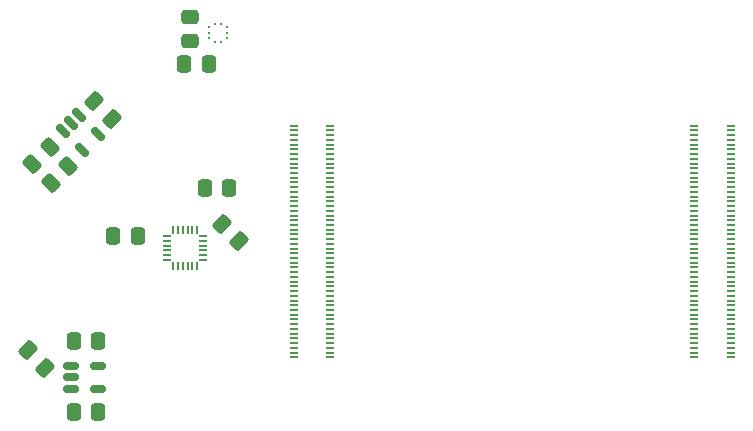
<source format=gbr>
%TF.GenerationSoftware,KiCad,Pcbnew,8.0.4*%
%TF.CreationDate,2025-02-21T19:34:28-08:00*%
%TF.ProjectId,IO:Sensor Board,494f3a53-656e-4736-9f72-20426f617264,rev?*%
%TF.SameCoordinates,Original*%
%TF.FileFunction,Paste,Top*%
%TF.FilePolarity,Positive*%
%FSLAX46Y46*%
G04 Gerber Fmt 4.6, Leading zero omitted, Abs format (unit mm)*
G04 Created by KiCad (PCBNEW 8.0.4) date 2025-02-21 19:34:28*
%MOMM*%
%LPD*%
G01*
G04 APERTURE LIST*
G04 Aperture macros list*
%AMRoundRect*
0 Rectangle with rounded corners*
0 $1 Rounding radius*
0 $2 $3 $4 $5 $6 $7 $8 $9 X,Y pos of 4 corners*
0 Add a 4 corners polygon primitive as box body*
4,1,4,$2,$3,$4,$5,$6,$7,$8,$9,$2,$3,0*
0 Add four circle primitives for the rounded corners*
1,1,$1+$1,$2,$3*
1,1,$1+$1,$4,$5*
1,1,$1+$1,$6,$7*
1,1,$1+$1,$8,$9*
0 Add four rect primitives between the rounded corners*
20,1,$1+$1,$2,$3,$4,$5,0*
20,1,$1+$1,$4,$5,$6,$7,0*
20,1,$1+$1,$6,$7,$8,$9,0*
20,1,$1+$1,$8,$9,$2,$3,0*%
G04 Aperture macros list end*
%ADD10RoundRect,0.150000X-0.468458X0.256326X0.256326X-0.468458X0.468458X-0.256326X-0.256326X0.468458X0*%
%ADD11RoundRect,0.150000X-0.512500X-0.150000X0.512500X-0.150000X0.512500X0.150000X-0.512500X0.150000X0*%
%ADD12RoundRect,0.250000X-0.574524X-0.097227X-0.097227X-0.574524X0.574524X0.097227X0.097227X0.574524X0*%
%ADD13RoundRect,0.250000X-0.337500X-0.475000X0.337500X-0.475000X0.337500X0.475000X-0.337500X0.475000X0*%
%ADD14RoundRect,0.250000X0.097227X-0.574524X0.574524X-0.097227X-0.097227X0.574524X-0.574524X0.097227X0*%
%ADD15RoundRect,0.250000X0.337500X0.475000X-0.337500X0.475000X-0.337500X-0.475000X0.337500X-0.475000X0*%
%ADD16R,0.700000X0.200000*%
%ADD17R,0.254000X0.254000*%
%ADD18R,0.254000X0.279400*%
%ADD19RoundRect,0.250000X0.475000X-0.337500X0.475000X0.337500X-0.475000X0.337500X-0.475000X-0.337500X0*%
%ADD20R,0.203200X0.660400*%
%ADD21R,0.660400X0.203200*%
G04 APERTURE END LIST*
D10*
%TO.C,U5*%
X142017417Y-93523915D03*
X141345666Y-94195666D03*
X140673915Y-94867417D03*
X142282583Y-96476085D03*
X143626085Y-95132583D03*
%TD*%
D11*
%TO.C,U3*%
X143650000Y-114750000D03*
X143650000Y-116650000D03*
X141375000Y-116650000D03*
X141375000Y-115700000D03*
X141375000Y-114750000D03*
%TD*%
D12*
%TO.C,C8*%
X144766294Y-93797919D03*
X143299048Y-92330673D03*
%TD*%
D13*
%TO.C,C7*%
X143650000Y-112650000D03*
X141575000Y-112650000D03*
%TD*%
D14*
%TO.C,C6*%
X141115856Y-97801911D03*
X139648610Y-99269157D03*
%TD*%
D13*
%TO.C,C5*%
X143650000Y-118650000D03*
X141575000Y-118650000D03*
%TD*%
D14*
%TO.C,C4*%
X139524865Y-96210920D03*
X138057619Y-97678166D03*
%TD*%
D12*
%TO.C,C1*%
X137666377Y-113416377D03*
X139133623Y-114883623D03*
%TD*%
D15*
%TO.C,C3*%
X150925000Y-89150000D03*
X153000000Y-89150000D03*
%TD*%
D16*
%TO.C,Module1*%
X160199850Y-94400000D03*
X163279850Y-94400000D03*
X160199850Y-94800000D03*
X163279850Y-94800000D03*
X160199850Y-95200000D03*
X163279850Y-95200000D03*
X160199850Y-95600000D03*
X163279850Y-95600000D03*
X160199850Y-96000000D03*
X163279850Y-96000000D03*
X160199850Y-96400000D03*
X163279850Y-96400000D03*
X160199850Y-96800000D03*
X163279850Y-96800000D03*
X160199850Y-97200000D03*
X163279850Y-97200000D03*
X160199850Y-97600000D03*
X163279850Y-97600000D03*
X160199850Y-98000000D03*
X163279850Y-98000000D03*
X160199850Y-98400000D03*
X163279850Y-98400000D03*
X160199850Y-98800000D03*
X163279850Y-98800000D03*
X160199850Y-99200000D03*
X163279850Y-99200000D03*
X160199850Y-99600000D03*
X163279850Y-99600000D03*
X160199850Y-100000000D03*
X163279850Y-100000000D03*
X160199850Y-100400000D03*
X163279850Y-100400000D03*
X160199850Y-100800000D03*
X163279850Y-100800000D03*
X160199850Y-101200000D03*
X163279850Y-101200000D03*
X160199850Y-101600000D03*
X163279850Y-101600000D03*
X160199850Y-102000000D03*
X163279850Y-102000000D03*
X160199850Y-102400000D03*
X163279850Y-102400000D03*
X160199850Y-102800000D03*
X163279850Y-102800000D03*
X160199850Y-103200000D03*
X163279850Y-103200000D03*
X160199850Y-103600000D03*
X163279850Y-103600000D03*
X160199850Y-104000000D03*
X163279850Y-104000000D03*
X160199850Y-104400000D03*
X163279850Y-104400000D03*
X160199850Y-104800000D03*
X163279850Y-104800000D03*
X160199850Y-105200000D03*
X163279850Y-105200000D03*
X160199850Y-105600000D03*
X163279850Y-105600000D03*
X160199850Y-106000000D03*
X163279850Y-106000000D03*
X160199850Y-106400000D03*
X163279850Y-106400000D03*
X160199850Y-106800000D03*
X163279850Y-106800000D03*
X160199850Y-107200000D03*
X163279850Y-107200000D03*
X160199850Y-107600000D03*
X163279850Y-107600000D03*
X160199850Y-108000000D03*
X163279850Y-108000000D03*
X160199850Y-108400000D03*
X163279850Y-108400000D03*
X160199850Y-108800000D03*
X163279850Y-108800000D03*
X160199850Y-109200000D03*
X163279850Y-109200000D03*
X160199850Y-109600000D03*
X163279850Y-109600000D03*
X160199850Y-110000000D03*
X163279850Y-110000000D03*
X160199850Y-110400000D03*
X163279850Y-110400000D03*
X160199850Y-110800000D03*
X163279850Y-110800000D03*
X160199850Y-111200000D03*
X163279850Y-111200000D03*
X160199850Y-111600000D03*
X163279850Y-111600000D03*
X160199850Y-112000000D03*
X163279850Y-112000000D03*
X160199850Y-112400000D03*
X163279850Y-112400000D03*
X160199850Y-112800000D03*
X163279850Y-112800000D03*
X160199850Y-113200000D03*
X163279850Y-113200000D03*
X160199850Y-113600000D03*
X163279850Y-113600000D03*
X160199850Y-114000000D03*
X163279850Y-114000000D03*
X194119850Y-94400000D03*
X197199850Y-94400000D03*
X194119850Y-94800000D03*
X197199850Y-94800000D03*
X194119850Y-95200000D03*
X197199850Y-95200000D03*
X194119850Y-95600000D03*
X197199850Y-95600000D03*
X194119850Y-96000000D03*
X197199850Y-96000000D03*
X194119850Y-96400000D03*
X197199850Y-96400000D03*
X194119850Y-96800000D03*
X197199850Y-96800000D03*
X194119850Y-97200000D03*
X197199850Y-97200000D03*
X194119850Y-97600000D03*
X197199850Y-97600000D03*
X194119850Y-98000000D03*
X197199850Y-98000000D03*
X194119850Y-98400000D03*
X197199850Y-98400000D03*
X194119850Y-98800000D03*
X197199850Y-98800000D03*
X194119850Y-99200000D03*
X197199850Y-99200000D03*
X194119850Y-99600000D03*
X197199850Y-99600000D03*
X194119850Y-100000000D03*
X197199850Y-100000000D03*
X194119850Y-100400000D03*
X197199850Y-100400000D03*
X194119850Y-100800000D03*
X197199850Y-100800000D03*
X194119850Y-101200000D03*
X197199850Y-101200000D03*
X194119850Y-101600000D03*
X197199850Y-101600000D03*
X194119850Y-102000000D03*
X197199850Y-102000000D03*
X194119850Y-102400000D03*
X197199850Y-102400000D03*
X194119850Y-102800000D03*
X197199850Y-102800000D03*
X194119850Y-103200000D03*
X197199850Y-103200000D03*
X194119850Y-103600000D03*
X197199850Y-103600000D03*
X194119850Y-104000000D03*
X197199850Y-104000000D03*
X194119850Y-104400000D03*
X197199850Y-104400000D03*
X194119850Y-104800000D03*
X197199850Y-104800000D03*
X194119850Y-105200000D03*
X197199850Y-105200000D03*
X194119850Y-105600000D03*
X197199850Y-105600000D03*
X194119850Y-106000000D03*
X197199850Y-106000000D03*
X194119850Y-106400000D03*
X197199850Y-106400000D03*
X194119850Y-106800000D03*
X197199850Y-106800000D03*
X194119850Y-107200000D03*
X197199850Y-107200000D03*
X194119850Y-107600000D03*
X197199850Y-107600000D03*
X194119850Y-108000000D03*
X197199850Y-108000000D03*
X194119850Y-108400000D03*
X197199850Y-108400000D03*
X194119850Y-108800000D03*
X197199850Y-108800000D03*
X194119850Y-109200000D03*
X197199850Y-109200000D03*
X194119850Y-109600000D03*
X197199850Y-109600000D03*
X194119850Y-110000000D03*
X197199850Y-110000000D03*
X194119850Y-110400000D03*
X197199850Y-110400000D03*
X194119850Y-110800000D03*
X197199850Y-110800000D03*
X194119850Y-111200000D03*
X197199850Y-111200000D03*
X194119850Y-111600000D03*
X197199850Y-111600000D03*
X194119850Y-112000000D03*
X197199850Y-112000000D03*
X194119850Y-112400000D03*
X197199850Y-112400000D03*
X194119850Y-112800000D03*
X197199850Y-112800000D03*
X194119850Y-113200000D03*
X197199850Y-113200000D03*
X194119850Y-113600000D03*
X197199850Y-113600000D03*
X194119850Y-114000000D03*
X197199850Y-114000000D03*
%TD*%
D17*
%TO.C,U1*%
X152976999Y-87010300D03*
X152976999Y-86510301D03*
X152976999Y-86010302D03*
D18*
X153500000Y-85750000D03*
X154000000Y-85750000D03*
D17*
X154523001Y-86010302D03*
X154523001Y-86510301D03*
X154523001Y-87010300D03*
D18*
X154000000Y-87270602D03*
X153500000Y-87270602D03*
%TD*%
D12*
%TO.C,C12*%
X154091377Y-102691377D03*
X155558623Y-104158623D03*
%TD*%
D19*
%TO.C,C2*%
X151375000Y-85175000D03*
X151375000Y-87250000D03*
%TD*%
D15*
%TO.C,C11*%
X147000000Y-103750000D03*
X144925000Y-103750000D03*
%TD*%
D20*
%TO.C,U4*%
X152000001Y-106274000D03*
X151599999Y-106274000D03*
X151200000Y-106274000D03*
X150800000Y-106274000D03*
X150400001Y-106274000D03*
X149999999Y-106274000D03*
D21*
X149476000Y-105750001D03*
X149476000Y-105349999D03*
X149476000Y-104950000D03*
X149476000Y-104550000D03*
X149476000Y-104150001D03*
X149476000Y-103749999D03*
D20*
X149999999Y-103226000D03*
X150400001Y-103226000D03*
X150800000Y-103226000D03*
X151200000Y-103226000D03*
X151599999Y-103226000D03*
X152000001Y-103226000D03*
D21*
X152524000Y-103749999D03*
X152524000Y-104150001D03*
X152524000Y-104550000D03*
X152524000Y-104950000D03*
X152524000Y-105349999D03*
X152524000Y-105750001D03*
%TD*%
D13*
%TO.C,C13*%
X154737500Y-99700000D03*
X152662500Y-99700000D03*
%TD*%
M02*

</source>
